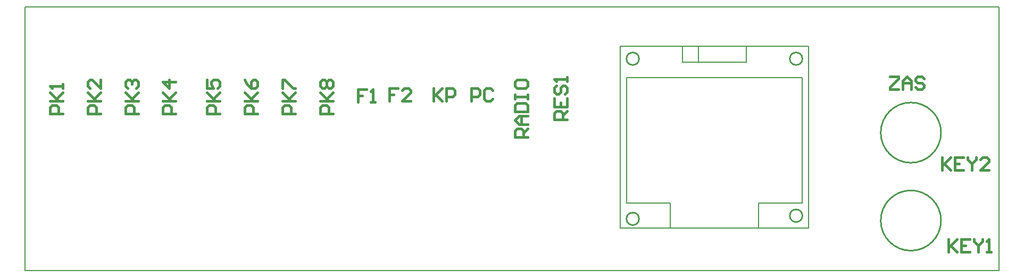
<source format=gto>
%FSLAX25Y25*%
%MOIN*%
G70*
G01*
G75*
G04 Layer_Color=65535*
%ADD10C,0.01000*%
%ADD11C,0.04000*%
%ADD12C,0.02000*%
%ADD13C,0.00787*%
%ADD14C,0.12992*%
%ADD15O,0.05600X0.06400*%
%ADD16R,0.05600X0.06400*%
%ADD17C,0.04000*%
%ADD18C,0.05600*%
%ADD19C,0.05000*%
%ADD20R,0.06299X0.05512*%
%ADD21R,0.06000X0.05000*%
%ADD22R,0.05000X0.05000*%
%ADD23R,0.05000X0.05000*%
%ADD24R,0.11811X0.05906*%
%ADD25R,0.15748X0.07874*%
%ADD26R,0.05906X0.01181*%
%ADD27R,0.05000X0.06000*%
%ADD28R,0.04921X0.05118*%
%ADD29C,0.06000*%
%ADD30C,0.01200*%
%ADD31C,0.01600*%
D10*
X384764Y132953D02*
G03*
X384764Y132953I-3937J0D01*
G01*
Y32559D02*
G03*
X384764Y32559I-3937J0D01*
G01*
X487126Y34528D02*
G03*
X487126Y34528I-3937J0D01*
G01*
Y132953D02*
G03*
X487126Y132953I-3937J0D01*
G01*
X574016Y31496D02*
G03*
X574016Y31496I-18898J0D01*
G01*
Y86614D02*
G03*
X574016Y86614I-18898J0D01*
G01*
D13*
X432008Y140827D02*
X491063D01*
Y26654D02*
Y140827D01*
X372953Y26654D02*
X491063D01*
X372953D02*
Y140827D01*
X432008D01*
X412008Y130827D02*
Y140827D01*
Y130827D02*
X452008D01*
Y140827D01*
X432008D02*
X452008D01*
X422008Y130827D02*
Y140827D01*
X404449Y26654D02*
X459567D01*
Y42402D01*
X463504D01*
X487126D01*
Y121142D01*
X376890D02*
X487126D01*
X376890Y42402D02*
Y121142D01*
Y42402D02*
X404449D01*
Y26654D02*
Y42402D01*
X0Y0D02*
Y165354D01*
X610236D01*
Y0D02*
Y165354D01*
X0Y0D02*
X610236D01*
D31*
X574803Y70990D02*
Y62992D01*
Y65658D01*
X580135Y70990D01*
X576136Y66991D01*
X580135Y62992D01*
X588132Y70990D02*
X582801D01*
Y62992D01*
X588132D01*
X582801Y66991D02*
X585466D01*
X590798Y70990D02*
Y69657D01*
X593464Y66991D01*
X596130Y69657D01*
Y70990D01*
X593464Y66991D02*
Y62992D01*
X604127D02*
X598795D01*
X604127Y68324D01*
Y69657D01*
X602794Y70990D01*
X600128D01*
X598795Y69657D01*
X578740Y19808D02*
Y11811D01*
Y14477D01*
X584072Y19808D01*
X580073Y15810D01*
X584072Y11811D01*
X592069Y19808D02*
X586738D01*
Y11811D01*
X592069D01*
X586738Y15810D02*
X589403D01*
X594735Y19808D02*
Y18475D01*
X597401Y15810D01*
X600067Y18475D01*
Y19808D01*
X597401Y15810D02*
Y11811D01*
X602732D02*
X605398D01*
X604065D01*
Y19808D01*
X602732Y18475D01*
X542126Y121777D02*
X547458D01*
Y120444D01*
X542126Y115112D01*
Y113779D01*
X547458D01*
X550123D02*
Y119111D01*
X552789Y121777D01*
X555455Y119111D01*
Y113779D01*
Y117778D01*
X550123D01*
X563452Y120444D02*
X562119Y121777D01*
X559454D01*
X558121Y120444D01*
Y119111D01*
X559454Y117778D01*
X562119D01*
X563452Y116445D01*
Y115112D01*
X562119Y113779D01*
X559454D01*
X558121Y115112D01*
X339764Y94882D02*
X331766D01*
Y98881D01*
X333099Y100214D01*
X335765D01*
X337098Y98881D01*
Y94882D01*
Y97548D02*
X339764Y100214D01*
X331766Y108211D02*
Y102879D01*
X339764D01*
Y108211D01*
X335765Y102879D02*
Y105545D01*
X333099Y116208D02*
X331766Y114875D01*
Y112210D01*
X333099Y110877D01*
X334432D01*
X335765Y112210D01*
Y114875D01*
X337098Y116208D01*
X338431D01*
X339764Y114875D01*
Y112210D01*
X338431Y110877D01*
X339764Y118874D02*
Y121540D01*
Y120207D01*
X331766D01*
X333099Y118874D01*
X314961Y83858D02*
X306963D01*
Y87857D01*
X308296Y89190D01*
X310962D01*
X312295Y87857D01*
Y83858D01*
Y86524D02*
X314961Y89190D01*
Y91856D02*
X309629D01*
X306963Y94521D01*
X309629Y97187D01*
X314961D01*
X310962D01*
Y91856D01*
X306963Y99853D02*
X314961D01*
Y103852D01*
X313628Y105185D01*
X308296D01*
X306963Y103852D01*
Y99853D01*
Y107851D02*
Y110516D01*
Y109183D01*
X314961D01*
Y107851D01*
Y110516D01*
X306963Y118514D02*
Y115848D01*
X308296Y114515D01*
X313628D01*
X314961Y115848D01*
Y118514D01*
X313628Y119847D01*
X308296D01*
X306963Y118514D01*
X279528Y106299D02*
Y114297D01*
X283526D01*
X284859Y112964D01*
Y110298D01*
X283526Y108965D01*
X279528D01*
X292857Y112964D02*
X291524Y114297D01*
X288858D01*
X287525Y112964D01*
Y107632D01*
X288858Y106299D01*
X291524D01*
X292857Y107632D01*
X255906Y114297D02*
Y106299D01*
Y108965D01*
X261237Y114297D01*
X257238Y110298D01*
X261237Y106299D01*
X263903D02*
Y114297D01*
X267902D01*
X269234Y112964D01*
Y110298D01*
X267902Y108965D01*
X263903D01*
X233678Y114297D02*
X228346D01*
Y110298D01*
X231012D01*
X228346D01*
Y106299D01*
X241675D02*
X236344D01*
X241675Y111631D01*
Y112964D01*
X240343Y114297D01*
X237677D01*
X236344Y112964D01*
X213993Y113903D02*
X208661D01*
Y109904D01*
X211327D01*
X208661D01*
Y105905D01*
X216659D02*
X219325D01*
X217992D01*
Y113903D01*
X216659Y112570D01*
X192913Y98425D02*
X184916D01*
Y102424D01*
X186249Y103757D01*
X188915D01*
X190248Y102424D01*
Y98425D01*
X184916Y106423D02*
X192913D01*
X190248D01*
X184916Y111754D01*
X188915Y107755D01*
X192913Y111754D01*
X186249Y114420D02*
X184916Y115753D01*
Y118419D01*
X186249Y119752D01*
X187582D01*
X188915Y118419D01*
X190248Y119752D01*
X191580D01*
X192913Y118419D01*
Y115753D01*
X191580Y114420D01*
X190248D01*
X188915Y115753D01*
X187582Y114420D01*
X186249D01*
X188915Y115753D02*
Y118419D01*
X169291Y98425D02*
X161294D01*
Y102424D01*
X162627Y103757D01*
X165293D01*
X166625Y102424D01*
Y98425D01*
X161294Y106423D02*
X169291D01*
X166625D01*
X161294Y111754D01*
X165293Y107755D01*
X169291Y111754D01*
X161294Y114420D02*
Y119752D01*
X162627D01*
X167958Y114420D01*
X169291D01*
X145669Y98425D02*
X137672D01*
Y102424D01*
X139005Y103757D01*
X141671D01*
X143003Y102424D01*
Y98425D01*
X137672Y106423D02*
X145669D01*
X143003D01*
X137672Y111754D01*
X141671Y107755D01*
X145669Y111754D01*
X137672Y119752D02*
X139005Y117086D01*
X141671Y114420D01*
X144336D01*
X145669Y115753D01*
Y118419D01*
X144336Y119752D01*
X143003D01*
X141671Y118419D01*
Y114420D01*
X122047Y98425D02*
X114050D01*
Y102424D01*
X115383Y103757D01*
X118049D01*
X119381Y102424D01*
Y98425D01*
X114050Y106423D02*
X122047D01*
X119381D01*
X114050Y111754D01*
X118049Y107755D01*
X122047Y111754D01*
X114050Y119752D02*
Y114420D01*
X118049D01*
X116716Y117086D01*
Y118419D01*
X118049Y119752D01*
X120714D01*
X122047Y118419D01*
Y115753D01*
X120714Y114420D01*
X94488Y98425D02*
X86491D01*
Y102424D01*
X87824Y103757D01*
X90490D01*
X91822Y102424D01*
Y98425D01*
X86491Y106423D02*
X94488D01*
X91822D01*
X86491Y111754D01*
X90490Y107755D01*
X94488Y111754D01*
Y118419D02*
X86491D01*
X90490Y114420D01*
Y119752D01*
X70866Y98425D02*
X62869D01*
Y102424D01*
X64202Y103757D01*
X66867D01*
X68200Y102424D01*
Y98425D01*
X62869Y106423D02*
X70866D01*
X68200D01*
X62869Y111754D01*
X66867Y107755D01*
X70866Y111754D01*
X64202Y114420D02*
X62869Y115753D01*
Y118419D01*
X64202Y119752D01*
X65535D01*
X66867Y118419D01*
Y117086D01*
Y118419D01*
X68200Y119752D01*
X69533D01*
X70866Y118419D01*
Y115753D01*
X69533Y114420D01*
X47244Y98425D02*
X39247D01*
Y102424D01*
X40580Y103757D01*
X43245D01*
X44578Y102424D01*
Y98425D01*
X39247Y106423D02*
X47244D01*
X44578D01*
X39247Y111754D01*
X43245Y107755D01*
X47244Y111754D01*
Y119752D02*
Y114420D01*
X41912Y119752D01*
X40580D01*
X39247Y118419D01*
Y115753D01*
X40580Y114420D01*
X23622Y98425D02*
X15625D01*
Y102424D01*
X16958Y103757D01*
X19623D01*
X20956Y102424D01*
Y98425D01*
X15625Y106423D02*
X23622D01*
X20956D01*
X15625Y111754D01*
X19623Y107755D01*
X23622Y111754D01*
Y114420D02*
Y117086D01*
Y115753D01*
X15625D01*
X16958Y114420D01*
M02*

</source>
